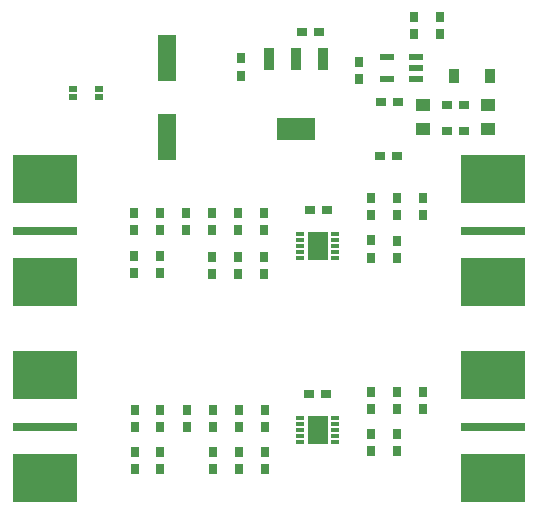
<source format=gtp>
G04*
G04 #@! TF.GenerationSoftware,Altium Limited,Altium Designer,22.6.1 (34)*
G04*
G04 Layer_Color=8421504*
%FSAX43Y43*%
%MOMM*%
G71*
G04*
G04 #@! TF.SameCoordinates,DFD1A6D8-6486-425C-A6BB-C63D1257436E*
G04*
G04*
G04 #@! TF.FilePolarity,Positive*
G04*
G01*
G75*
%ADD15R,1.200X0.600*%
%ADD16R,1.750X2.480*%
%ADD17R,0.800X0.300*%
%ADD18R,0.850X1.200*%
%ADD19R,0.800X0.850*%
%ADD20R,1.250X1.000*%
%ADD21R,0.850X0.800*%
%ADD22R,5.385X4.026*%
%ADD23R,5.385X0.762*%
%ADD24R,1.600X3.950*%
%ADD25R,0.900X1.900*%
%ADD26R,3.200X1.900*%
%ADD27R,0.700X0.500*%
D15*
X0034480Y0042160D02*
D03*
Y0043110D02*
D03*
Y0044060D02*
D03*
X0031980D02*
D03*
Y0042160D02*
D03*
D16*
X0026120Y0012475D02*
D03*
X0026110Y0028040D02*
D03*
D17*
X0027620Y0013475D02*
D03*
Y0012975D02*
D03*
Y0012475D02*
D03*
Y0011975D02*
D03*
Y0011475D02*
D03*
X0024620D02*
D03*
Y0011975D02*
D03*
Y0012475D02*
D03*
Y0012975D02*
D03*
Y0013475D02*
D03*
X0027610Y0029040D02*
D03*
Y0028540D02*
D03*
Y0028040D02*
D03*
Y0027540D02*
D03*
Y0027040D02*
D03*
X0024610D02*
D03*
Y0027540D02*
D03*
Y0028040D02*
D03*
Y0028540D02*
D03*
Y0029040D02*
D03*
D18*
X0037675Y0042424D02*
D03*
X0040675D02*
D03*
D19*
X0036480Y0046015D02*
D03*
Y0047465D02*
D03*
X0034270D02*
D03*
Y0046015D02*
D03*
X0035020Y0015700D02*
D03*
Y0014250D02*
D03*
X0032820Y0015700D02*
D03*
Y0014250D02*
D03*
X0030620Y0014275D02*
D03*
Y0015725D02*
D03*
X0012810Y0009140D02*
D03*
Y0010590D02*
D03*
X0010610D02*
D03*
Y0009140D02*
D03*
X0021620Y0012750D02*
D03*
Y0014200D02*
D03*
X0019420Y0014200D02*
D03*
Y0012750D02*
D03*
X0017220Y0014200D02*
D03*
Y0012750D02*
D03*
X0015020D02*
D03*
Y0014200D02*
D03*
X0012810Y0012750D02*
D03*
Y0014200D02*
D03*
X0010610D02*
D03*
Y0012750D02*
D03*
X0035010Y0032115D02*
D03*
Y0030665D02*
D03*
X0032810Y0032115D02*
D03*
Y0030665D02*
D03*
X0030610Y0030640D02*
D03*
Y0032090D02*
D03*
X0019410Y0029365D02*
D03*
Y0030815D02*
D03*
X0012801Y0025778D02*
D03*
Y0027228D02*
D03*
X0010601D02*
D03*
Y0025778D02*
D03*
X0021610Y0030815D02*
D03*
Y0029365D02*
D03*
X0017210Y0029370D02*
D03*
Y0030820D02*
D03*
X0015010D02*
D03*
Y0029370D02*
D03*
X0012803D02*
D03*
Y0030820D02*
D03*
X0010603D02*
D03*
Y0029370D02*
D03*
X0029590Y0043650D02*
D03*
Y0042200D02*
D03*
X0019600Y0043925D02*
D03*
Y0042475D02*
D03*
X0032860Y0028490D02*
D03*
Y0027040D02*
D03*
X0030660Y0027065D02*
D03*
Y0028515D02*
D03*
X0032820Y0012100D02*
D03*
Y0010650D02*
D03*
X0030620D02*
D03*
Y0012100D02*
D03*
X0017220Y0009150D02*
D03*
Y0010600D02*
D03*
X0019420Y0009150D02*
D03*
Y0010600D02*
D03*
X0021620D02*
D03*
Y0009150D02*
D03*
X0021610Y0027140D02*
D03*
Y0025690D02*
D03*
X0019410Y0025665D02*
D03*
Y0027115D02*
D03*
X0017210Y0025665D02*
D03*
Y0027115D02*
D03*
D20*
X0040580Y0039990D02*
D03*
Y0037990D02*
D03*
X0035010D02*
D03*
Y0039990D02*
D03*
D21*
X0031465Y0040240D02*
D03*
X0032915D02*
D03*
X0038525Y0037800D02*
D03*
X0037075D02*
D03*
X0024775Y0046200D02*
D03*
X0026225D02*
D03*
X0037070Y0039990D02*
D03*
X0038520D02*
D03*
X0031375Y0035700D02*
D03*
X0032825D02*
D03*
X0026825Y0015500D02*
D03*
X0025375D02*
D03*
X0026925Y0031100D02*
D03*
X0025475D02*
D03*
D22*
X0041000Y0017093D02*
D03*
Y0008407D02*
D03*
X0041000Y0033693D02*
D03*
Y0025007D02*
D03*
X0003000Y0008407D02*
D03*
Y0017093D02*
D03*
Y0025007D02*
D03*
Y0033693D02*
D03*
D23*
X0041000Y0012750D02*
D03*
X0041000Y0029350D02*
D03*
X0003000Y0012750D02*
D03*
Y0029350D02*
D03*
D24*
X0013400Y0043950D02*
D03*
Y0037250D02*
D03*
D25*
X0026600Y0043875D02*
D03*
X0022000D02*
D03*
X0024300D02*
D03*
D26*
Y0037925D02*
D03*
D27*
X0007600Y0040625D02*
D03*
Y0041375D02*
D03*
X0005400Y0040625D02*
D03*
Y0041375D02*
D03*
M02*

</source>
